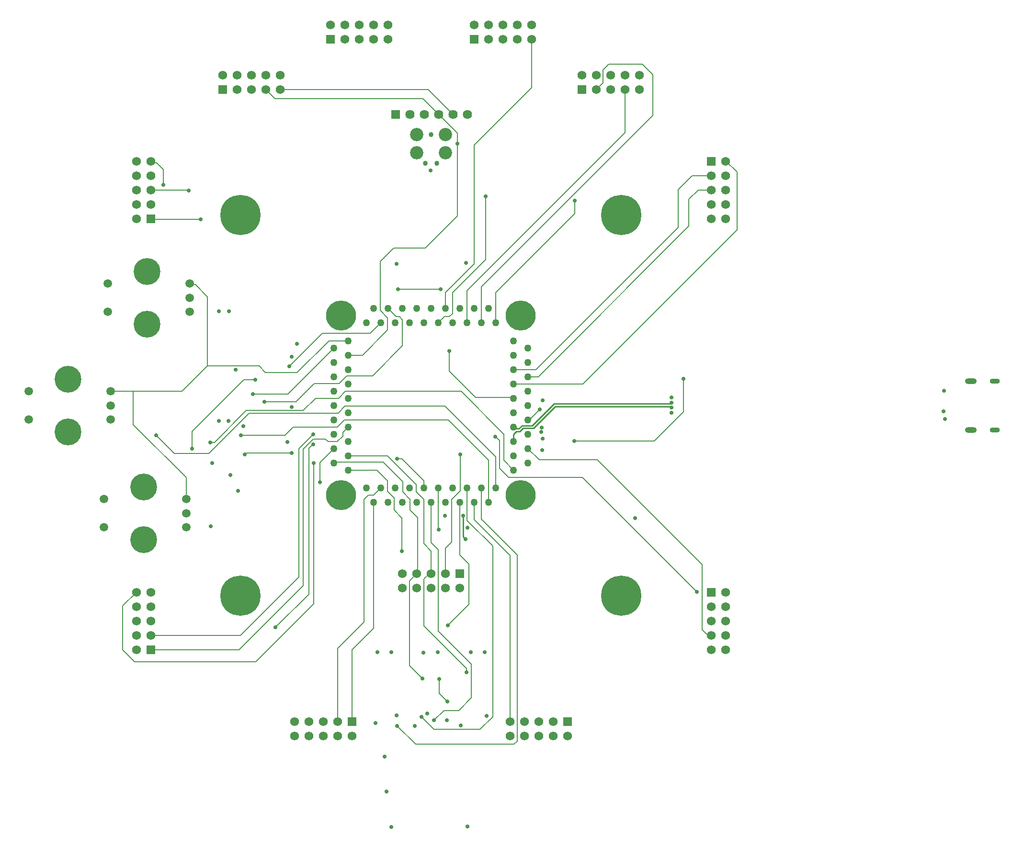
<source format=gbl>
G04*
G04 #@! TF.GenerationSoftware,Altium Limited,Altium Designer,23.10.1 (27)*
G04*
G04 Layer_Physical_Order=4*
G04 Layer_Color=11436288*
%FSLAX25Y25*%
%MOIN*%
G70*
G04*
G04 #@! TF.SameCoordinates,1313D058-037A-41F4-8C4B-E5D45CBE15D2*
G04*
G04*
G04 #@! TF.FilePolarity,Positive*
G04*
G01*
G75*
%ADD14C,0.01000*%
%ADD17C,0.00800*%
%ADD82C,0.01126*%
%ADD83C,0.20866*%
%ADD84C,0.05000*%
%ADD85O,0.08268X0.03937*%
%ADD86O,0.07087X0.03543*%
%ADD87C,0.28000*%
%ADD88C,0.03000*%
%ADD89C,0.06200*%
%ADD90R,0.06200X0.06200*%
%ADD91R,0.06200X0.06200*%
%ADD92C,0.09200*%
%ADD93C,0.03400*%
%ADD94C,0.06400*%
%ADD95R,0.06400X0.06400*%
%ADD96C,0.05906*%
%ADD97C,0.18661*%
%ADD98C,0.02800*%
D14*
X22400Y-91600D02*
Y-76700D01*
Y-91600D02*
X24000Y-93200D01*
D17*
X5600Y-200600D02*
Y-190500D01*
X5700Y-190400D01*
X-15000Y-181100D02*
X-5900Y-190200D01*
X-15000Y-181100D02*
Y-122000D01*
X-22100Y61900D02*
X-19900Y59700D01*
X-30000Y67500D02*
X-24400Y61900D01*
X-22100D01*
X-35400Y100100D02*
X-26000Y109500D01*
X-35400Y66100D02*
Y100100D01*
Y66100D02*
X-30300Y61000D01*
Y52400D02*
Y61000D01*
X-47700Y35000D02*
X-30300Y52400D01*
X47700Y-43800D02*
Y-24600D01*
Y-43800D02*
X54100Y-50200D01*
X45000Y-21900D02*
X47700Y-24600D01*
X44800Y-21900D02*
X45000D01*
X-23500Y-223000D02*
X-10600Y-235900D01*
X57800D02*
X59900Y-233800D01*
X-10600Y-235900D02*
X57800D01*
X35000Y-79100D02*
X59900Y-104000D01*
Y-233800D02*
Y-104000D01*
X-89000Y-125400D02*
Y-30300D01*
X-195000Y-170000D02*
X-133600D01*
X-89000Y-125400D01*
X10000Y78700D02*
X30000Y98700D01*
X10000Y67500D02*
Y78700D01*
X30000Y98700D02*
Y181200D01*
X119600Y233400D02*
X123800Y237600D01*
X115000Y220000D02*
X119600Y224600D01*
Y233400D01*
X70000Y221200D02*
Y255000D01*
X30000Y181200D02*
X70000Y221200D01*
X-108500Y213500D02*
X-5600D01*
X5400Y202500D01*
X-115000Y220000D02*
X-108500Y213500D01*
X38000Y101700D02*
Y145500D01*
X14900Y78600D02*
X38000Y101700D01*
X14900Y63900D02*
Y78600D01*
X-65000Y-220000D02*
Y-169200D01*
X-46700Y-150900D01*
X20000Y-104200D02*
X26300Y-110500D01*
X11600Y-153000D02*
X26300Y-138300D01*
Y-110500D01*
X5100Y-157200D02*
X28000Y-180100D01*
X5100Y-157200D02*
Y-100400D01*
X28000Y-203500D02*
Y-180100D01*
X-25700Y-72800D02*
Y-64300D01*
X-20200Y-101500D02*
Y-78300D01*
X-25700Y-72800D02*
X-20200Y-78300D01*
X-14500Y-72800D02*
X-9200Y-78100D01*
X-14500Y-72800D02*
Y-65400D01*
X-9200Y-116200D02*
Y-78100D01*
X-19800Y-60100D02*
Y-53100D01*
Y-60100D02*
X-14500Y-65400D01*
X-30400Y-35000D02*
X-10300Y-55100D01*
Y-60100D02*
X-5100Y-65300D01*
X-10300Y-60100D02*
Y-55100D01*
X-57500Y-35000D02*
X-30400D01*
X-33400Y-39500D02*
X-19800Y-53100D01*
X-67000Y-39500D02*
X-33400D01*
X-37800Y-45000D02*
X-30300Y-52500D01*
Y-59700D02*
Y-52500D01*
X-57500Y-45000D02*
X-37800D01*
X-40000Y-62500D02*
X-35000Y-57500D01*
X-46700Y-65500D02*
X-43700Y-62500D01*
X-40000D01*
X-46700Y-150900D02*
Y-65500D01*
X-77300Y-53500D02*
Y-39800D01*
X-67500Y-30000D01*
X-121900Y-178300D02*
X-81600Y-138000D01*
Y-40000D01*
X-82000Y-23300D02*
X-73600D01*
X-89000Y-30300D02*
X-82000Y-23300D01*
X-92000Y-29953D02*
X-82024Y-19976D01*
X-92000Y-119500D02*
Y-29953D01*
X-96000Y-15200D02*
X-65300D01*
X-132000Y-20900D02*
X-101700D01*
X-96000Y-15200D01*
X-65300D02*
X-60200Y-10100D01*
X11900D02*
X40000Y-38200D01*
X-60200Y-10100D02*
X11900D01*
X-61300Y-18800D02*
X-57500Y-15000D01*
X-65200Y-25200D02*
X-61300Y-21300D01*
Y-18800D01*
X-71700Y-25200D02*
X-65200D01*
X-73600Y-23300D02*
X-71700Y-25200D01*
X-130200Y18000D02*
X-122400D01*
X-166300Y-30000D02*
Y-18100D01*
X-130200Y18000D01*
X-173258Y9843D02*
X-155700Y27400D01*
X-207258Y9843D02*
X-173258D01*
X-155700Y27400D02*
X-119800D01*
X-155700D02*
X-155600Y27500D01*
Y75600D01*
X-164120Y84120D02*
X-155600Y75600D01*
X-167250Y84120D02*
X-164120D01*
X-167973Y84842D02*
X-167250Y84120D01*
X-119800Y27400D02*
X-115200Y22800D01*
X-207258Y-13442D02*
X-170473Y-50228D01*
X-207258Y-13442D02*
Y9843D01*
X-222972D02*
X-207258D01*
X-191200Y-20800D02*
X-178600Y-33400D01*
X-154800D01*
X-126700Y-5300D01*
X-64700D01*
X-150700Y-25700D02*
X-128600Y-3600D01*
X-153700Y-25700D02*
X-150700D01*
X-128600Y-3600D02*
X-88900D01*
X-80300Y5000D01*
X-115900Y2400D02*
X-93950D01*
X-81250Y15100D01*
X-64100D02*
X-58600Y20600D01*
X-40700D02*
X-19900Y41400D01*
X-58600Y20600D02*
X-40700D01*
X-81250Y15100D02*
X-64100D01*
X-64300Y5000D02*
X-59500Y9800D01*
X-80300Y5000D02*
X-64300D01*
X-64700Y-5300D02*
X-59900Y-500D01*
X9700D01*
X0Y-95300D02*
X5100Y-100400D01*
X-15000Y-122000D02*
X-9200Y-116200D01*
X-5000Y-153400D02*
Y-120900D01*
Y-153400D02*
X24600Y-183000D01*
X-5000Y-120900D02*
X-1100Y-117000D01*
X-5100Y-96200D02*
Y-65300D01*
X0Y-117000D02*
Y-101300D01*
X-5100Y-96200D02*
X0Y-101300D01*
X10000Y-117000D02*
Y-99400D01*
X14400Y-95000D02*
Y-65300D01*
X10000Y-99400D02*
X14400Y-95000D01*
X20376Y-59324D02*
Y-33976D01*
X14400Y-65300D02*
X20376Y-59324D01*
X-5000Y-57500D02*
Y-52500D01*
X-23547Y-37100D02*
X-20400D01*
X-5000Y-52500D01*
X-23624Y-37024D02*
X-23547Y-37100D01*
X99800Y-24900D02*
X155200D01*
X175700Y-4400D02*
Y18400D01*
X155200Y-24900D02*
X175700Y-4400D01*
X188700Y-156200D02*
X191522Y-159022D01*
X188700Y-156200D02*
Y-110800D01*
X115600Y-37700D02*
X188700Y-110800D01*
X194022Y-159022D02*
X195000Y-160000D01*
X191522Y-159022D02*
X194022D01*
X54100Y-50200D02*
X105300D01*
X184900Y-129800D01*
X75200Y-37700D02*
X115600D01*
X67500Y-30000D02*
X75200Y-37700D01*
X205500Y170000D02*
X213100Y162400D01*
Y122300D02*
Y162400D01*
X105800Y15000D02*
X213100Y122300D01*
X185900Y150000D02*
X195000D01*
X179500Y124800D02*
Y143600D01*
X185900Y150000D01*
X171900Y123800D02*
Y150200D01*
X57500Y25000D02*
X73100D01*
X171900Y123800D01*
X45000Y57500D02*
Y78400D01*
X100100Y133500D01*
X12800Y61800D02*
X14900Y63900D01*
X5000Y57500D02*
X9300Y61800D01*
X12800D01*
X-23000Y81000D02*
X-22900Y80900D01*
X6700D01*
X135000Y190000D02*
Y220000D01*
X25000Y57500D02*
Y80000D01*
X135000Y190000D01*
X123800Y237600D02*
X147000D01*
X154400Y230200D01*
Y201891D02*
Y230200D01*
X35000Y82491D02*
X154400Y201891D01*
X68400Y-10000D02*
X75700Y-2700D01*
X67500Y-10000D02*
X68400D01*
X42900Y-216700D02*
Y-97900D01*
X25000Y-80000D02*
X42900Y-97900D01*
X25000Y-80000D02*
Y-57500D01*
X-206400Y-178300D02*
X-121900D01*
X-214600Y-170100D02*
Y-139600D01*
Y-170100D02*
X-206400Y-178300D01*
X-214600Y-139600D02*
X-205000Y-130000D01*
X-55000Y-170000D02*
X-40000Y-155000D01*
X-55000Y-220000D02*
Y-170000D01*
X-40000Y-155000D02*
Y-67500D01*
X1900Y-225500D02*
X34100D01*
X42900Y-216700D01*
X-6800Y-216800D02*
X1900Y-225500D01*
X19200Y-212300D02*
X28000Y-203500D01*
X2000Y-219200D02*
X8900Y-212300D01*
X19200D01*
X24600Y-185700D02*
Y-183000D01*
X0Y-95300D02*
Y-67500D01*
X35000Y-79100D02*
Y-57500D01*
X-85149Y-29823D02*
X-82326Y-27000D01*
X-82000D01*
X-194600Y129600D02*
X-160300D01*
X-195000Y130000D02*
X-194600Y129600D01*
X20000Y-104200D02*
Y-67500D01*
X5130Y-86269D02*
Y-57630D01*
Y-86269D02*
X5261Y-86400D01*
X5000Y-57500D02*
X5130Y-57630D01*
X-85149Y-131449D02*
Y-29823D01*
X-108300Y-154600D02*
X-85149Y-131449D01*
X-19900Y41400D02*
Y59700D01*
X-59500Y9800D02*
X20900D01*
X50700Y-20000D01*
X-26000Y109500D02*
X-4000D01*
X18500Y132000D01*
Y182300D01*
X-2100Y220000D02*
X15400Y202500D01*
X-105000Y220000D02*
X-2100D01*
X5400Y202500D02*
X18500Y189400D01*
Y182300D02*
Y189400D01*
X-1100Y-117000D02*
X0D01*
X5600Y-200600D02*
X11200Y-206200D01*
X55000Y-220000D02*
Y-104300D01*
X30000Y-79300D02*
X55000Y-104300D01*
X-67500Y-40000D02*
X-67000Y-39500D01*
X-30300Y-59700D02*
X-25700Y-64300D01*
X40000Y-67500D02*
Y-38200D01*
X45000Y-57500D02*
Y-35800D01*
X9700Y-500D02*
X45000Y-35800D01*
X-35500Y58000D02*
X-35000Y57500D01*
X-195000Y170000D02*
X-193929Y168929D01*
X-191028D01*
X-186300Y164200D01*
Y153600D02*
Y164200D01*
X-168900Y149800D02*
X-168700Y149600D01*
X-195000Y150000D02*
X-194800Y149800D01*
X-168900D01*
X-132200Y-20700D02*
X-132000Y-20900D01*
X50700Y-38200D02*
X57500Y-45000D01*
X50700Y-38200D02*
Y-20000D01*
X-170473Y-65158D02*
Y-50228D01*
X-115200Y22800D02*
X-93300D01*
X-71100Y45000D01*
X-57500D01*
X56800Y5700D02*
X57500Y5000D01*
X30900Y5700D02*
X56800D01*
X12700Y23900D02*
X30900Y5700D01*
X12700Y23900D02*
Y37800D01*
X-57500Y35000D02*
X-47700D01*
X-124100Y8000D02*
X-99500D01*
X-67500Y40000D01*
X-42400Y50100D02*
X-35000Y57500D01*
X-75800Y50100D02*
X-42400D01*
X-98600Y27300D02*
X-75800Y50100D01*
X-129700Y-34200D02*
X-128700Y-33200D01*
X-96900D01*
X-132500Y-160000D02*
X-92000Y-119500D01*
X-195000Y-160000D02*
X-132500D01*
X30000Y-79300D02*
Y-67500D01*
X205000Y170000D02*
X205500D01*
X57500Y15000D02*
X105800D01*
X74700Y20000D02*
X179500Y124800D01*
X67500Y20000D02*
X74700D01*
X171900Y150200D02*
X181700Y160000D01*
X195000D01*
X35000Y57500D02*
Y82491D01*
X100100Y133500D02*
Y142500D01*
X5000Y57500D02*
X5091D01*
D82*
X70500Y-14000D02*
X85563Y1063D01*
X63276Y-14000D02*
X70500D01*
X71298Y-15926D02*
X86361Y-863D01*
X61827Y-18173D02*
X64074Y-15926D01*
X61029Y-16247D02*
X63276Y-14000D01*
X64074Y-15926D02*
X71298D01*
X57500Y-25000D02*
Y-20180D01*
X59507Y-18173D01*
X61827D01*
X58548Y-15000D02*
X59795Y-16247D01*
X61029D01*
X57500Y-15000D02*
X58548D01*
X86361Y-863D02*
X166210D01*
X85563Y1063D02*
X166210D01*
X166947Y1800D01*
Y-1600D02*
X167400D01*
X166947Y1800D02*
X167400D01*
X166210Y-863D02*
X166947Y-1600D01*
D83*
X-62500Y62500D02*
D03*
X62500D02*
D03*
Y-62500D02*
D03*
X-62500D02*
D03*
D84*
X45000Y57500D02*
D03*
X-45000D02*
D03*
X-40000Y67500D02*
D03*
X-35000Y57500D02*
D03*
X-30000Y67500D02*
D03*
X-25000Y57500D02*
D03*
X-20000Y67500D02*
D03*
X-15000Y57500D02*
D03*
X-10000Y67500D02*
D03*
X-5000Y57500D02*
D03*
X0Y67500D02*
D03*
X5000Y57500D02*
D03*
X10000Y67500D02*
D03*
X15000Y57500D02*
D03*
X20000Y67500D02*
D03*
X25000Y57500D02*
D03*
X30000Y67500D02*
D03*
X35000Y57500D02*
D03*
X40000Y67500D02*
D03*
X57500Y45000D02*
D03*
X67500Y40000D02*
D03*
X57500Y35000D02*
D03*
X67500Y30000D02*
D03*
X57500Y25000D02*
D03*
X67500Y20000D02*
D03*
X57500Y15000D02*
D03*
X67500Y10000D02*
D03*
X57500Y5000D02*
D03*
X67500Y0D02*
D03*
X57500Y-5000D02*
D03*
X67500Y-10000D02*
D03*
X57500Y-15000D02*
D03*
X67500Y-20000D02*
D03*
X57500Y-25000D02*
D03*
X67500Y-30000D02*
D03*
X57500Y-35000D02*
D03*
X67500Y-40000D02*
D03*
X57500Y-45000D02*
D03*
X45000Y-57500D02*
D03*
X40000Y-67500D02*
D03*
X35000Y-57500D02*
D03*
X30000Y-67500D02*
D03*
X25000Y-57500D02*
D03*
X20000Y-67500D02*
D03*
X15000Y-57500D02*
D03*
X10000Y-67500D02*
D03*
X5000Y-57500D02*
D03*
X0Y-67500D02*
D03*
X-5000Y-57500D02*
D03*
X-10000Y-67500D02*
D03*
X-15000Y-57500D02*
D03*
X-20000Y-67500D02*
D03*
X-25000Y-57500D02*
D03*
X-30000Y-67500D02*
D03*
X-35000Y-57500D02*
D03*
X-40000Y-67500D02*
D03*
X-45000Y-57500D02*
D03*
X-57500Y-45000D02*
D03*
X-67500Y-40000D02*
D03*
X-57500Y-35000D02*
D03*
X-67500Y-30000D02*
D03*
X-57500Y-25000D02*
D03*
X-67500Y-20000D02*
D03*
X-57500Y-15000D02*
D03*
X-67500Y-10000D02*
D03*
X-57500Y-5000D02*
D03*
X-67500Y0D02*
D03*
X-57500Y5000D02*
D03*
X-67500Y10000D02*
D03*
X-57500Y15000D02*
D03*
X-67500Y20000D02*
D03*
X-57500Y25000D02*
D03*
X-67500Y30000D02*
D03*
X-57500Y35000D02*
D03*
X-67500Y40000D02*
D03*
X-57500Y45000D02*
D03*
D85*
X375807Y17008D02*
D03*
Y-17008D02*
D03*
D86*
X392264Y17008D02*
D03*
Y-17008D02*
D03*
D87*
X-132500Y132500D02*
D03*
Y-132500D02*
D03*
X132500D02*
D03*
Y132500D02*
D03*
D88*
X-121800D02*
D03*
X-143200D02*
D03*
X-142385Y128405D02*
D03*
X-122615Y136595D02*
D03*
X-140066Y124934D02*
D03*
X-124934Y140066D02*
D03*
X-136595Y122615D02*
D03*
X-128405Y142385D02*
D03*
X-132500Y121800D02*
D03*
Y143200D02*
D03*
X-128405Y122615D02*
D03*
X-136595Y142385D02*
D03*
X-124934Y124934D02*
D03*
X-140066Y140066D02*
D03*
X-122615Y128405D02*
D03*
X-142385Y136595D02*
D03*
X-121800Y-132500D02*
D03*
X-143200D02*
D03*
X-142385Y-136595D02*
D03*
X-122615Y-128405D02*
D03*
X-140066Y-140066D02*
D03*
X-124934Y-124934D02*
D03*
X-136595Y-142385D02*
D03*
X-128405Y-122615D02*
D03*
X-132500Y-143200D02*
D03*
Y-121800D02*
D03*
X-128405Y-142385D02*
D03*
X-136595Y-122615D02*
D03*
X-124934Y-140066D02*
D03*
X-140066Y-124934D02*
D03*
X-122615Y-136595D02*
D03*
X-142385Y-128405D02*
D03*
X143200Y-132500D02*
D03*
X121800D02*
D03*
X122615Y-136595D02*
D03*
X142385Y-128405D02*
D03*
X124934Y-140066D02*
D03*
X140066Y-124934D02*
D03*
X128405Y-142385D02*
D03*
X136595Y-122615D02*
D03*
X132500Y-143200D02*
D03*
Y-121800D02*
D03*
X136595Y-142385D02*
D03*
X128405Y-122615D02*
D03*
X140066Y-140066D02*
D03*
X124934Y-124934D02*
D03*
X142385Y-136595D02*
D03*
X122615Y-128405D02*
D03*
X143200Y132500D02*
D03*
X121800D02*
D03*
X122615Y128405D02*
D03*
X142385Y136595D02*
D03*
X124934Y124934D02*
D03*
X140066Y140066D02*
D03*
X128405Y122615D02*
D03*
X136595Y142385D02*
D03*
X132500Y121800D02*
D03*
Y143200D02*
D03*
X136595Y122615D02*
D03*
X128405Y142385D02*
D03*
X140066Y124934D02*
D03*
X124934Y140066D02*
D03*
X142385Y128405D02*
D03*
X122615Y136595D02*
D03*
D89*
X145000Y230000D02*
D03*
Y220000D02*
D03*
X135000Y230000D02*
D03*
Y220000D02*
D03*
X125000Y230000D02*
D03*
Y220000D02*
D03*
X115000Y230000D02*
D03*
Y220000D02*
D03*
X105000Y230000D02*
D03*
X205000Y170000D02*
D03*
X195000Y160000D02*
D03*
X205000D02*
D03*
X195000Y150000D02*
D03*
X205000D02*
D03*
X195000Y140000D02*
D03*
X205000D02*
D03*
X195000Y130000D02*
D03*
X205000D02*
D03*
X70000Y265000D02*
D03*
Y255000D02*
D03*
X60000Y265000D02*
D03*
Y255000D02*
D03*
X50000Y265000D02*
D03*
Y255000D02*
D03*
X40000Y265000D02*
D03*
Y255000D02*
D03*
X30000Y265000D02*
D03*
X-70000D02*
D03*
X-60000Y255000D02*
D03*
Y265000D02*
D03*
X-50000Y255000D02*
D03*
Y265000D02*
D03*
X-40000Y255000D02*
D03*
Y265000D02*
D03*
X-30000Y255000D02*
D03*
Y265000D02*
D03*
X-205000Y130000D02*
D03*
X-195000Y140000D02*
D03*
X-205000D02*
D03*
X-195000Y150000D02*
D03*
X-205000D02*
D03*
X-195000Y160000D02*
D03*
X-205000D02*
D03*
X-195000Y170000D02*
D03*
X-205000D02*
D03*
Y-130000D02*
D03*
X-195000D02*
D03*
X-205000Y-140000D02*
D03*
X-195000D02*
D03*
X-205000Y-150000D02*
D03*
X-195000D02*
D03*
X-205000Y-160000D02*
D03*
X-195000D02*
D03*
X-205000Y-170000D02*
D03*
X55000Y-230000D02*
D03*
Y-220000D02*
D03*
X65000Y-230000D02*
D03*
Y-220000D02*
D03*
X75000Y-230000D02*
D03*
Y-220000D02*
D03*
X85000Y-230000D02*
D03*
Y-220000D02*
D03*
X95000Y-230000D02*
D03*
X-55000D02*
D03*
X-65000Y-220000D02*
D03*
Y-230000D02*
D03*
X-75000Y-220000D02*
D03*
Y-230000D02*
D03*
X-85000Y-220000D02*
D03*
Y-230000D02*
D03*
X-95000Y-220000D02*
D03*
Y-230000D02*
D03*
X20000Y-127000D02*
D03*
X10000Y-117000D02*
D03*
Y-127000D02*
D03*
X0Y-117000D02*
D03*
Y-127000D02*
D03*
X-10000Y-117000D02*
D03*
Y-127000D02*
D03*
X-20000Y-117000D02*
D03*
Y-127000D02*
D03*
X-105000Y230000D02*
D03*
Y220000D02*
D03*
X-115000Y230000D02*
D03*
Y220000D02*
D03*
X-125000Y230000D02*
D03*
Y220000D02*
D03*
X-135000Y230000D02*
D03*
Y220000D02*
D03*
X-145000Y230000D02*
D03*
X205000Y-130000D02*
D03*
X195000Y-140000D02*
D03*
X205000D02*
D03*
X195000Y-150000D02*
D03*
X205000D02*
D03*
X195000Y-160000D02*
D03*
X205000D02*
D03*
X195000Y-170000D02*
D03*
X205000D02*
D03*
D90*
X105000Y220000D02*
D03*
X30000Y255000D02*
D03*
X-70000D02*
D03*
X95000Y-220000D02*
D03*
X-55000D02*
D03*
X20000Y-117000D02*
D03*
X-145000Y220000D02*
D03*
D91*
X195000Y170000D02*
D03*
X-195000Y130000D02*
D03*
Y-170000D02*
D03*
X195000Y-130000D02*
D03*
D92*
X-10000Y176000D02*
D03*
X10000D02*
D03*
Y188500D02*
D03*
X-10000D02*
D03*
D93*
X-4000Y168500D02*
D03*
X4000D02*
D03*
X0Y188500D02*
D03*
D94*
X25400Y202500D02*
D03*
X-4600D02*
D03*
X-14600D02*
D03*
X5400D02*
D03*
X15400D02*
D03*
D95*
X-24600D02*
D03*
D96*
X-170473Y-84842D02*
D03*
Y-75000D02*
D03*
Y-65158D02*
D03*
X-227559Y-84842D02*
D03*
Y-65158D02*
D03*
X-222972Y-9843D02*
D03*
Y0D02*
D03*
Y9843D02*
D03*
X-280059Y-9843D02*
D03*
Y9843D02*
D03*
X-167973Y65158D02*
D03*
Y75000D02*
D03*
Y84842D02*
D03*
X-225059Y65158D02*
D03*
Y84842D02*
D03*
D97*
X-200000Y-93307D02*
D03*
Y-56693D02*
D03*
X-252500Y-18307D02*
D03*
Y18307D02*
D03*
X-197500Y56693D02*
D03*
Y93307D02*
D03*
D98*
X356600Y-4163D02*
D03*
X20800Y-222900D02*
D03*
X5700Y-190400D02*
D03*
X-5900Y-190200D02*
D03*
X167300Y-5000D02*
D03*
X167400Y-1600D02*
D03*
Y1800D02*
D03*
X44800Y-21900D02*
D03*
X184900Y-129800D02*
D03*
X77400Y-31100D02*
D03*
X-23000Y81000D02*
D03*
X75700Y-2700D02*
D03*
X77000Y-15300D02*
D03*
X2000Y-219200D02*
D03*
X11000Y-219100D02*
D03*
X-11300Y-223200D02*
D03*
X-152300Y-40000D02*
D03*
X-134200Y-59400D02*
D03*
X-82000Y-20000D02*
D03*
Y-27000D02*
D03*
X-147500Y-10800D02*
D03*
X-122400Y18000D02*
D03*
X-160300Y129600D02*
D03*
X-130500Y-14500D02*
D03*
X9700Y-76900D02*
D03*
X25218Y-85182D02*
D03*
X24000Y-93200D02*
D03*
X22400Y-76700D02*
D03*
X5261Y-86400D02*
D03*
X142100Y-78600D02*
D03*
X-77300Y-53500D02*
D03*
X-81600Y-40000D02*
D03*
X-2600Y-214500D02*
D03*
X-6800Y-216800D02*
D03*
X-23624Y-37024D02*
D03*
X175700Y18400D02*
D03*
X99800Y-24900D02*
D03*
X167500Y5400D02*
D03*
X77700Y3500D02*
D03*
X76800Y-18600D02*
D03*
X77573Y-23200D02*
D03*
X-97100Y33900D02*
D03*
X-24000Y98600D02*
D03*
X24300Y99100D02*
D03*
X-136100Y24900D02*
D03*
X-153300Y-84000D02*
D03*
X25400Y-293200D02*
D03*
X-27600Y-293300D02*
D03*
X-31100Y-268800D02*
D03*
X-37200Y-171800D02*
D03*
X-27600Y-171700D02*
D03*
X37400Y-171900D02*
D03*
X27600Y-171700D02*
D03*
X4600Y-171800D02*
D03*
X-5200Y-172200D02*
D03*
X38700Y-216000D02*
D03*
X-93400Y42900D02*
D03*
X357100Y10100D02*
D03*
X357600Y-9500D02*
D03*
X-32200Y-244600D02*
D03*
X11200Y-206200D02*
D03*
X-139600Y-48500D02*
D03*
X-38600Y-221100D02*
D03*
X-24100Y-215800D02*
D03*
X-147500Y65500D02*
D03*
X-140500Y65600D02*
D03*
X-141100Y-10900D02*
D03*
X-100000Y-25300D02*
D03*
X-97000Y-1200D02*
D03*
X-186300Y153600D02*
D03*
X-168700Y149600D02*
D03*
X-132200Y-20700D02*
D03*
X-153700Y-25700D02*
D03*
X-191200Y-20800D02*
D03*
X18500Y182300D02*
D03*
X6700Y80900D02*
D03*
X-200Y163600D02*
D03*
X12700Y37800D02*
D03*
X-115900Y2400D02*
D03*
X-98600Y27300D02*
D03*
X-124100Y8000D02*
D03*
X-166300Y-30000D02*
D03*
X-129700Y-34200D02*
D03*
X-96900Y-33200D02*
D03*
X-108300Y-154600D02*
D03*
X24600Y-185700D02*
D03*
X-20200Y-101500D02*
D03*
X20376Y-33976D02*
D03*
X-23500Y-223000D02*
D03*
X11600Y-153000D02*
D03*
X100100Y142500D02*
D03*
X38000Y145500D02*
D03*
M02*

</source>
